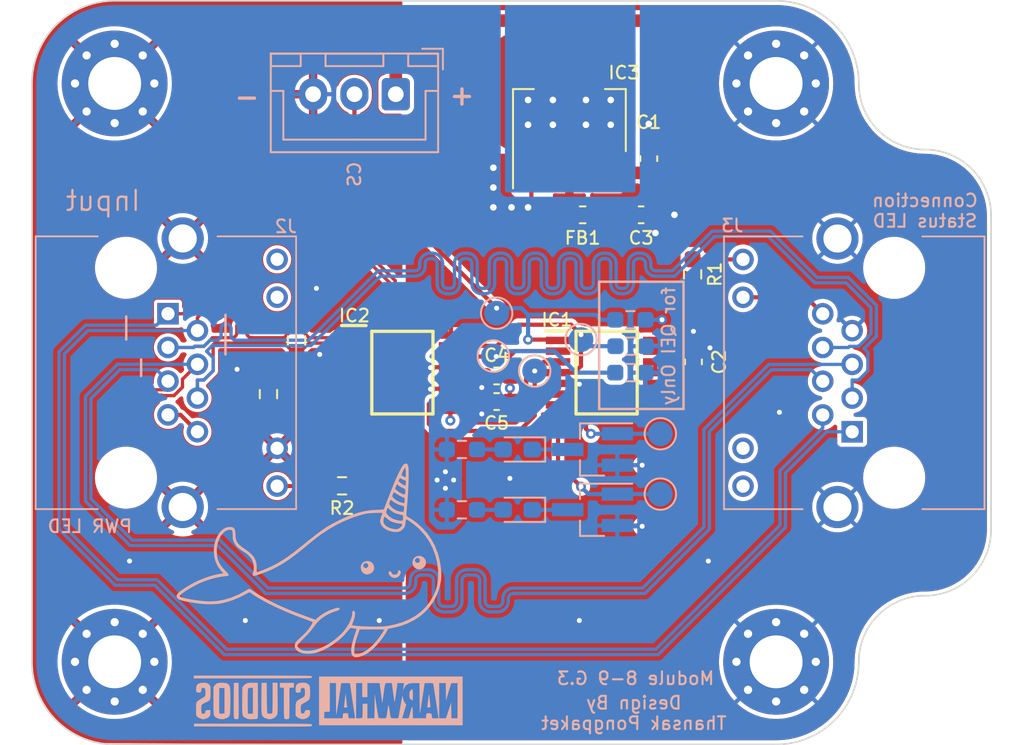
<source format=kicad_pcb>
(kicad_pcb (version 20211014) (generator pcbnew)
  (layers (0 "F.Cu" signal) (1 "In1.Cu" signal) (2 "In2.Cu" signal) (31 "B.Cu" signal) (34 "B.Paste" user) (35 "F.Paste" user) (36 "B.SilkS" user "B.Silkscreen") (37 "F.SilkS" user "F.Silkscreen") (38 "B.Mask" user) (39 "F.Mask" user) (44 "Edge.Cuts" user))
  (net 0 "")
  (net 1 "/Vin")
  (net 2 "GND")
  (net 3 "+3V3")
  (net 4 "Net-(D1-Pad1)")
  (net 5 "Net-(D1-Pad2)")
  (net 6 "Net-(D2-Pad1)")
  (net 7 "Net-(D2-Pad2)")
  (net 8 "Net-(FB1-Pad1)")
  (net 9 "/CS")
  (net 10 "/CLK")
  (net 11 "/MISO")
  (net 12 "/MOSI")
  (net 13 "/B")
  (net 14 "/A")
  (net 19 "/MOSI_D-")
  (net 20 "/MOSI_D+")
  (net 21 "/CLK_D+")
  (net 22 "/CLK_D-")
  (net 25 "/MISO_D+")
  (net 26 "/MISO_D-")
  (net 27 "/Connect_Pin")
  (net 30 "Net-(J2-Pad12)")
  (net 31 "Net-(J3-Pad11)")
  (net 34 "Net-(J3-Pad12)")
  (footprint "Resistor_SMD:R_0603_1608Metric_Pad0.98x0.95mm_HandSolder" (layer "F.Cu") (at 153.75 124.35 180)
    (fp_text reference "R2")
    (fp_text value "470r")
  )
  (footprint "MountingHole:MountingHole_3.2mm_M3_Pad_Via" (layer "F.Cu") (at 140 135)
    (fp_text reference "H2")
    (fp_text value "MountingHole_Pad")
  )
  (footprint "Inductor_SMD:L_0603_1608Metric_Pad1.05x0.95mm_HandSolder" (layer "F.Cu") (at 168.3 107.95)
    (fp_text reference "FB1")
    (fp_text value "FerriteBead_Small")
  )
  (footprint "Capacitor_SMD:C_0603_1608Metric_Pad1.08x0.95mm_HandSolder" (layer "F.Cu") (at 163.1 117.7)
    (fp_text reference "C4")
    (fp_text value "0.1uF")
  )
  (footprint "Resistor_SMD:R_0603_1608Metric_Pad0.98x0.95mm_HandSolder" (layer "F.Cu") (at 151 115.55 90)
    (fp_text reference "R9")
    (fp_text value "100r")
  )
  (footprint "library:SOP65P640X120-14N" (layer "F.Cu") (at 169.75 117.5)
    (fp_text reference "IC1")
    (fp_text value "AS5047U-HTSM" hide)
  )
  (footprint "MountingHole:MountingHole_3.2mm_M3_Pad_Via" (layer "F.Cu") (at 180 135)
    (fp_text reference "H1")
    (fp_text value "MountingHole_Pad")
  )
  (footprint "MountingHole:MountingHole_3.2mm_M3_Pad_Via" (layer "F.Cu") (at 140 100)
    (fp_text reference "H3")
    (fp_text value "MountingHole_Pad")
  )
  (footprint "Package_TO_SOT_SMD:SOT-223-3_TabPin2" (layer "F.Cu") (at 167.5 102.25 90)
    (fp_text reference "IC3")
    (fp_text value "LM1117-3.3")
  )
  (footprint "Resistor_SMD:R_0603_1608Metric_Pad0.98x0.95mm_HandSolder" (layer "F.Cu") (at 174.95 111.55 -90)
    (fp_text reference "R1")
    (fp_text value "470r")
  )
  (footprint "MountingHole:MountingHole_3.2mm_M3_Pad_Via" (layer "F.Cu") (at 180 100)
    (fp_text reference "H4")
    (fp_text value "MountingHole_Pad")
  )
  (footprint "Capacitor_SMD:C_0603_1608Metric_Pad1.08x0.95mm_HandSolder" (layer "F.Cu") (at 172.3 104.55 90)
    (fp_text reference "C1")
    (fp_text value "0.1uF")
  )
  (footprint "Capacitor_SMD:C_0603_1608Metric_Pad1.08x0.95mm_HandSolder" (layer "F.Cu") (at 163.1 119.25)
    (fp_text reference "C5")
    (fp_text value "0.004uF")
  )
  (footprint "Capacitor_SMD:C_0603_1608Metric_Pad1.08x0.95mm_HandSolder" (layer "F.Cu") (at 171.8375 107.95)
    (fp_text reference "C3")
    (fp_text value "10uF")
  )
  (footprint "Resistor_SMD:R_0603_1608Metric_Pad0.98x0.95mm_HandSolder" (layer "F.Cu") (at 149.3 118.8 -90)
    (fp_text reference "R10")
    (fp_text value "100r")
  )
  (footprint "library:SOP65P640X120-16N" (layer "F.Cu") (at 157.4 117.5)
    (fp_text reference "IC2")
    (fp_text value "SN65LVDS049PWR" hide)
  )
  (footprint "Capacitor_SMD:C_0603_1608Metric_Pad1.08x0.95mm_HandSolder" (layer "F.Cu") (at 175 116.85 90)
    (fp_text reference "C2")
    (fp_text value "0.1uF")
  )
  (footprint "library:DS112809S8B8X" (layer "B.Cu") (at 183.4 117.1 -90)
    (fp_text reference "J3")
    (fp_text value "DS1128-09-S8B8X" hide)
  )
  (footprint "Resistor_SMD:R_0603_1608Metric_Pad0.98x0.95mm_HandSolder" (layer "B.Cu") (at 161 125.8)
    (fp_text reference "R5")
    (fp_text value "470r")
  )
  (footprint "library:DS112809S8B8X" (layer "B.Cu") (at 144.425 117.915 90)
    (fp_text reference "J2")
    (fp_text value "DS1128-09-S8B8X" hide)
  )
  (footprint "Resistor_SMD:R_0603_1608Metric_Pad0.98x0.95mm_HandSolder" (layer "B.Cu") (at 171.1875 117.5 180)
    (fp_text reference "R4")
    (fp_text value "100r")
  )
  (footprint "TestPoint:TestPoint_Pad_D1.5mm" (layer "B.Cu") (at 162.9 116.5 180)
    (fp_text reference "TP4")
    (fp_text value "TestPoint")
  )
  (footprint "LED_SMD:LED_0603_1608Metric_Pad1.05x0.95mm_HandSolder" (layer "B.Cu") (at 164.375 125.8 180)
    (fp_text reference "D1")
    (fp_text value "LED")
  )
  (footprint "Package_TO_SOT_SMD:SOT-23_Handsoldering" (layer "B.Cu") (at 168.9 122.15 180)
    (fp_text reference "Q2")
    (fp_text value "2N7002")
  )
  (footprint "Package_TO_SOT_SMD:SOT-23_Handsoldering" (layer "B.Cu") (at 168.9 125.8 180)
    (fp_text reference "Q1")
    (fp_text value "2N7002")
  )
  (footprint "Resistor_SMD:R_0603_1608Metric_Pad0.98x0.95mm_HandSolder" (layer "B.Cu") (at 171.1875 114.3 180)
    (fp_text reference "R3")
    (fp_text value "100r")
  )
  (footprint "library:Narwhel_Logo_Silk" (layer "B.Cu") (at 152.7 130.1 180)
    (fp_text reference "G***" hide)
    (fp_text value "LOGO" hide)
  )
  (footprint "TestPoint:TestPoint_Pad_D1.5mm" (layer "B.Cu") (at 173 121.2 180)
    (fp_text reference "TP2")
    (fp_text value "TestPoint")
  )
  (footprint "TestPoint:TestPoint_Pad_D1.5mm" (layer "B.Cu") (at 165.4 117.4 180)
    (fp_text reference "TP5")
    (fp_text value "TestPoint")
  )
  (footprint "TestPoint:TestPoint_Pad_D1.5mm" (layer "B.Cu") (at 168.2 115.5 180)
    (fp_text reference "TP6")
    (fp_text value "TestPoint")
  )
  (footprint "Connector_JST:JST_XH_B3B-XH-A_1x03_P2.50mm_Vertical" (layer "B.Cu") (at 157 100.65 180)
    (fp_text reference "J1")
    (fp_text value "HX_3p")
  )
  (footprint "Resistor_SMD:R_0603_1608Metric_Pad0.98x0.95mm_HandSolder" (layer "B.Cu") (at 171.2 115.9 180)
    (fp_text reference "R6")
    (fp_text value "100r")
  )
  (footprint "LED_SMD:LED_0603_1608Metric_Pad1.05x0.95mm_HandSolder" (layer "B.Cu") (at 164.375 122.15 180)
    (fp_text reference "D2")
    (fp_text value "LED")
  )
  (footprint "TestPoint:TestPoint_Pad_D1.5mm" (layer "B.Cu") (at 173 124.85 180)
    (fp_text reference "TP1")
    (fp_text value "TestPoint")
  )
  (footprint "TestPoint:TestPoint_Pad_D1.5mm" (layer "B.Cu") (at 163.1 113.9 180)
    (fp_text reference "TP3")
    (fp_text value "TestPoint")
  )
  (footprint "Resistor_SMD:R_0603_1608Metric_Pad0.98x0.95mm_HandSolder" (layer "B.Cu") (at 161 122.15)
    (fp_text reference "R8")
    (fp_text value "470r")
  )
  (gr_line (start 169.3 112) (end 174.4 112) (layer "B.SilkS") (width 0.15))
  (gr_line (start 169.3 119.7) (end 169.3 112) (layer "B.SilkS") (width 0.15))
  (gr_line (start 174.4 112) (end 174.4 119.7) (layer "B.SilkS") (width 0.15))
  (gr_line (start 146.7 116.4) (end 146.7 114) (layer "B.SilkS") (width 0.15))
  (gr_line (start 141.6 116.7) (end 141.6 117.7) (layer "B.SilkS") (width 0.15))
  (gr_line (start 174.4 119.7) (end 169.3 119.7) (layer "B.SilkS") (width 0.15))
  (gr_line (start 140.7 114.1) (end 140.7 115.5) (layer "B.SilkS") (width 0.15))
  (gr_arc (start 193 127) (mid 191.828427 129.828427) (end 189 131) (layer "Edge.Cuts") (width 0.1))
  (gr_line (start 193 127) (end 193 108) (layer "Edge.Cuts") (width 0.1))
  (gr_arc (start 185 135) (mid 186.171573 132.171573) (end 189 131) (layer "Edge.Cuts") (width 0.1))
  (gr_arc (start 180 95) (mid 183.535534 96.464466) (end 185 100) (layer "Edge.Cuts") (width 0.1))
  (gr_arc (start 140 140) (mid 136.464466 138.535534) (end 135 135) (layer "Edge.Cuts") (width 0.1))
  (gr_arc (start 135 100) (mid 136.464466 96.464466) (end 140 95) (layer "Edge.Cuts") (width 0.1))
  (gr_line (start 135 135) (end 135 100) (layer "Edge.Cuts") (width 0.1))
  (gr_arc (start 189 104) (mid 186.171573 102.828427) (end 185 100) (layer "Edge.Cuts") (width 0.1))
  (gr_line (start 140 95) (end 180 95) (layer "Edge.Cuts") (width 0.1))
  (gr_arc (start 189 104) (mid 191.828427 105.171573) (end 193 108) (layer "Edge.Cuts") (width 0.1))
  (gr_line (start 180 140) (end 140 140) (layer "Edge.Cuts") (width 0.1))
  (gr_arc (start 185 135) (mid 183.535534 138.535534) (end 180 140) (layer "Edge.Cuts") (width 0.1))
  (gr_text "-" (at 148 100.8) (layer "B.SilkS") (effects (font (size 1.2 1.2) (thickness 0.2)) (justify mirror)))
  (gr_text "Connection\nStatus LED\n" (at 189 107.7) (layer "B.SilkS") (effects (font (size 0.77 0.77) (thickness 0.127)) (justify mirror)))
  (gr_text "CS" (at 154.5 105.5 90) (layer "B.SilkS") (effects (font (size 0.77 0.77) (thickness 0.127)) (justify mirror)))
  (gr_text "Input" (at 139.3 107.1) (layer "B.SilkS") (effects (font (size 1.2 1.2) (thickness 0.14)) (justify mirror)))
  (gr_text "+" (at 161 100.7) (layer "B.SilkS") (effects (font (size 1.2 1.2) (thickness 0.2)) (justify mirror)))
  (gr_text "for QEI Only" (at 173.5 115.9 90) (layer "B.SilkS") (effects (font (size 0.77 0.77) (thickness 0.127)) (justify mirror)))
  (gr_text "Design By\nThansak Pongpaket" (at 171.4 138.1) (layer "B.SilkS") (effects (font (size 0.77 0.77) (thickness 0.127)) (justify mirror)))
  (gr_text "PWR LED" (at 138.5 126.8) (layer "B.SilkS") (effects (font (size 0.77 0.77) (thickness 0.127)) (justify mirror)))
  (gr_text "Module 8-9 G.3" (at 171.5 136) (layer "B.SilkS") (effects (font (size 0.77 0.77) (thickness 0.127)) (justify mirror)))
  (segment (start 157 100.65) (end 157 98.5) (width 0.762) (layer "F.Cu") (net 1))
  (segment (start 172.3 105.4125) (end 169.8125 105.4125) (width 0.762) (layer "F.Cu") (net 1))
  (segment (start 157 98.5) (end 159.3 96.2) (width 0.762) (layer "F.Cu") (net 1))
  (segment (start 159.3 96.2) (end 172.2 96.2) (width 0.762) (layer "F.Cu") (net 1))
  (segment (start 174.75 98.75) (end 174.75 104.45) (width 0.762) (layer "F.Cu") (net 1))
  (segment (start 174.75 104.45) (end 173.7875 105.4125) (width 0.762) (layer "F.Cu") (net 1))
  (segment (start 172.2 96.2) (end 174.75 98.75) (width 0.762) (layer "F.Cu") (net 1))
  (segment (start 169.8125 105.4125) (end 169.8 105.4) (width 0.762) (layer "F.Cu") (net 1))
  (segment (start 173.7875 105.4125) (end 172.3 105.4125) (width 0.762) (layer "F.Cu") (net 1))
  (segment (start 173.9 116.2) (end 174.1125 115.9875) (width 0.254) (layer "F.Cu") (net 2))
  (segment (start 172.688 116.2) (end 173.9 116.2) (width 0.254) (layer "F.Cu") (net 2))
  (segment (start 168.05 118.15) (end 168.1 118.2) (width 0.254) (layer "F.Cu") (net 2))
  (segment (start 163.9 119.1875) (end 163.9 118.4375) (width 0.25) (layer "F.Cu") (net 2))
  (segment (start 160.338 119.775) (end 160.325 119.775) (width 0.254) (layer "F.Cu") (net 2))
  (segment (start 160.338 118.475) (end 159.125 118.475) (width 0.254) (layer "F.Cu") (net 2))
  (segment (start 175 115.9875) (end 175 115) (width 0.254) (layer "F.Cu") (net 2))
  (segment (start 160.325 119.775) (end 160.3 119.8) (width 0.254) (layer "F.Cu") (net 2))
  (segment (start 172.7 107.95) (end 172.7 109.05) (width 0.25) (layer "F.Cu") (net 2))
  (segment (start 159.125 117.175) (end 159.1 117.2) (width 0.254) (layer "F.Cu") (net 2))
  (segment (start 175 115.9875) (end 175.9875 115.9875) (width 0.254) (layer "F.Cu") (net 2))
  (segment (start 159.125 118.475) (end 159.1 118.5) (width 0.254) (layer "F.Cu") (net 2))
  (segment (start 175.9875 115.9875) (end 176 116) (width 0.254) (layer "F.Cu") (net 2))
  (segment (start 160.3 119.8) (end 160.3 120.4) (width 0.254) (layer "F.Cu") (net 2))
  (segment (start 163.9 117.8625) (end 163.9 118.4375) (width 0.25) (layer "F.Cu") (net 2))
  (segment (start 160.338 117.175) (end 159.125 117.175) (width 0.254) (layer "F.Cu") (net 2))
  (segment (start 164.0625 117.7) (end 163.9 117.8625) (width 0.25) (layer "F.Cu") (net 2))
  (segment (start 172.7 107.95) (end 173.85 107.95) (width 0.25) (layer "F.Cu") (net 2))
  (segment (start 172.3 103.6875) (end 172.3 102.45) (width 0.25) (layer "F.Cu") (net 2))
  (segment (start 166.812 118.15) (end 168.05 118.15) (width 0.254) (layer "F.Cu") (net 2))
  (segment (start 174.1125 115.9875) (end 175 115.9875) (width 0.254) (layer "F.Cu") (net 2))
  (via (at 159.1 117.2) (size 0.6) (drill 0.3) (layers "F.Cu" "B.Cu") (net 2))
  (via (at 172.3 102.45) (size 0.8) (drill 0.4) (layers "F.Cu" "B.Cu") (net 2))
  (via (at 172.7 109.05) (size 0.8) (drill 0.4) (layers "F.Cu" "B.Cu") (net 2))
  (via (at 168.1 118.2) (size 0.6) (drill 0.3) (layers "F.Cu" "B.Cu") (net 2))
  (via (at 175 115) (size 0.6) (drill 0.3) (layers "F.Cu" "B.Cu") (net 2))
  (via (at 152.2 112.4) (size 0.6) (drill 0.3) (layers "F.Cu" "B.Cu") (net 2))
  (via (at 173.85 107.95) (size 0.8) (drill 0.4) (layers "F.Cu" "B.Cu") (net 2))
  (via (at 164 107.5) (size 0.8) (drill 0.4) (layers "F.Cu" "B.Cu") (net 2))
  (via (at 140.9 128.9) (size 0.6) (drill 0.3) (layers "F.Cu" "B.Cu") (net 2))
  (via (at 162.9 107.5) (size 0.8) (drill 0.4) (layers "F.Cu" "B.Cu") (net 2))
  (via (at 180.2 119.9) (size 0.6) (drill 0.3) (layers "F.Cu" "B.Cu") (net 2))
  (via (at 147.4 117.3) (size 0.6) (drill 0.3) (layers "F.Cu" "B.Cu") (net 2))
  (via (at 160.3 120.4) (size 0.6) (drill 0.3) (layers "F.Cu" "B.Cu") (net 2))
  (via (at 171.9 126.8) (size 0.6) (drill 0.3) (layers "F.Cu" "B.Cu") (net 2))
  (via (at 176 116) (size 0.6) (drill 0.3) (layers "F.Cu" "B.Cu") (net 2))
  (via (at 163.9 118.4375) (size 0.6) (drill 0.3) (layers "F.Cu" "B.Cu") (net 2))
  (via (at 163.9 123.9) (size 0.6) (drill 0.3) (layers "F.Cu" "B.Cu") (net 2))
  (via (at 165 107.5) (size 0.8) (drill 0.4) (layers "F.Cu" "B.Cu") (net 2))
  (via (at 147.9 132.5) (size 0.6) (drill 0.3) (layers "F.Cu" "B.Cu") (net 2))
  (via (at 152.4 116.4) (size 0.6) (drill 0.3) (layers "F.Cu" "B.Cu") (net 2))
  (via (at 162.9 106.3) (size 0.8) (drill 0.4) (layers "F.Cu" "B.Cu") (net 2))
  (via (at 159.1 118.5) (size 0.6) (drill 0.3) (layers "F.Cu" "B.Cu") (net 2))
  (via (at 168.1 132.5) (size 0.6) (drill 0.3) (layers "F.Cu" "B.Cu") (net 2))
  (via (at 162.9 105.1) (size 0.8) (drill 0.4) (layers "F.Cu" "B.Cu") (net 2))
  (via (at 156 132.5) (size 0.6) (drill 0.3) (layers "F.Cu" "B.Cu") (net 2))
  (via (at 175.9 128.9) (size 0.6) (drill 0.3) (layers "F.Cu" "B.Cu") (net 2))
  (via (at 171.9 123.1) (size 0.6) (drill 0.3) (layers "F.Cu" "B.Cu") (net 2))
  (segment (start 170.45 126.8) (end 171.9 126.8) (width 0.254) (layer "B.Cu") (net 2))
  (segment (start 170.4 123.1) (end 171.9 123.1) (width 0.254) (layer "B.Cu") (net 2))
  (segment (start 170.4 126.75) (end 170.45 126.8) (width 0.254) (layer "B.Cu") (net 2))
  (segment (start 162.2 117.825) (end 162.2 118.4) (width 0.25) (layer "F.Cu") (net 3))
  (segment (start 162.3375 119.25) (end 162.2 119.1125) (width 0.25) (layer "F.Cu") (net 3))
  (segment (start 174 117.5) (end 172.688 117.5) (width 0.25) (layer "F.Cu") (net 3))
  (segment (start 159.5 124.2) (end 159.5 124) (width 0.25) (layer "F.Cu") (net 3))
  (segment (start 154.6625 124.35) (end 159.65 124.35) (width 0.25) (layer "F.Cu") (net 3))
  (segment (start 162.2 119.1125) (end 162.2 118.4) (width 0.25) (layer "F.Cu") (net 3))
  (segment (start 162.2375 119.25) (end 162.2375 119.9625) (width 0.25) (layer "F.Cu") (net 3))
  (segment (start 160.338 117.825) (end 162.2 117.825) (width 0.25) (layer "F.Cu") (net 3))
  (segment (start 159.65 124.35) (end 159.5 124.2) (width 0.25) (layer "F.Cu") (net 3))
  (segment (start 174.2125 117.7125) (end 174 117.5) (width 0.25) (layer "F.Cu") (net 3))
  (segment (start 175 117.7125) (end 174.2125 117.7125) (width 0.25) (layer "F.Cu") (net 3))
  (segment (start 162.2375 119.9625) (end 162.2 120) (width 0.25) (layer "F.Cu") (net 3))
  (via (at 160 123.5) (size 0.6) (drill 0.3) (layers "F.Cu" "B.Cu") (net 3))
  (via (at 160 124.5) (size 0.6) (drill 0.3) (layers "F.Cu" "B.Cu") (net 3))
  (via (at 162.2 120) (size 0.6) (drill 0.3) (layers "F.Cu" "B.Cu") (net 3))
  (via (at 160.5 124) (size 0.6) (drill 0.3) (layers "F.Cu" "B.Cu") (net 3))
  (via (at 162.2 118.4) (size 0.6) (drill 0.3) (layers "F.Cu" "B.Cu") (net 3))
  (via (at 159.5 124) (size 0.6) (drill 0.3) (layers "F.Cu" "B.Cu") (net 3))
  (via (at 173.1 114.3) (size 0.6) (drill 0.3) (layers "F.Cu" "B.Cu") (net 3))
  (segment (start 172.1 114.3) (end 173.1 114.3) (width 0.254) (layer "B.Cu") (net 3))
  (segment (start 167.4 125.8) (end 165.25 125.8) (width 0.25) (layer "B.Cu") (net 4))
  (segment (start 161.9125 125.8) (end 163.5 125.8) (width 0.25) (layer "B.Cu") (net 5))
  (segment (start 165.25 122.15) (end 167.4 122.15) (width 0.25) (layer "B.Cu") (net 6))
  (segment (start 161.9125 122.15) (end 163.5 122.15) (width 0.25) (layer "B.Cu") (net 7))
  (via (at 170 101) (size 0.8) (drill 0.4) (layers "F.Cu" "B.Cu") (net 8))
  (via (at 165 101) (size 0.8) (drill 0.4) (layers "F.Cu" "B.Cu") (net 8))
  (via (at 165 102.5) (size 0.8) (drill 0.4) (layers "F.Cu" "B.Cu") (net 8))
  (via (at 168.5 101) (size 0.8) (drill 0.4) (layers "F.Cu" "B.Cu") (net 8))
  (via (at 168.5 102.5) (size 0.8) (drill 0.4) (layers "F.Cu" "B.Cu") (net 8))
  (via (at 166.5 102.5) (size 0.8) (drill 0.4) (layers "F.Cu" "B.Cu") (net 8))
  (via (at 170 102.5) (size 0.8) (drill 0.4) (layers "F.Cu" "B.Cu") (net 8))
  (via (at 166.5 101) (size 0.8) (drill 0.4) (layers "F.Cu" "B.Cu") (net 8))
  (segment (start 154.5 100.65) (end 154.5 105) (width 0.254) (layer "F.Cu") (net 9))
  (segment (start 166.762 115.5) (end 165 115.5) (width 0.254) (layer "F.Cu") (net 9))
  (segment (start 154.5 105) (end 163.1 113.6) (width 0.254) (layer "F.Cu") (net 9))
  (segment (start 166.812 115.55) (end 166.762 115.5) (width 0.254) (layer "F.Cu") (net 9))
  (via (at 163.1 113.6) (size 0.6) (drill 0.3) (layers "F.Cu" "B.Cu") (net 9))
  (via (at 165 115.5) (size 0.6) (drill 0.3) (layers "F.Cu" "B.Cu") (net 9))
  (segment (start 165 114) (end 165 115.5) (width 0.254) (layer "B.Cu") (net 9))
  (segment (start 169.4 114.3) (end 170.275 114.3) (width 0.254) (layer "B.Cu") (net 9))
  (segment (start 169.1 114) (end 169.4 114.3) (width 0.254) (layer "B.Cu") (net 9))
  (segment (start 163.1 113.6) (end 164.6 113.6) (width 0.254) (layer "B.Cu") (net 9))
  (segment (start 164.6 113.6) (end 165 114) (width 0.254) (layer "B.Cu") (net 9))
  (segment (start 165 114) (end 169.1 114) (width 0.254) (layer "B.Cu") (net 9))
  (segment (start 163.875 116.525) (end 164.2 116.2) (width 0.254) (layer "F.Cu") (net 10))
  (segment (start 164.2 116.2) (end 166.812 116.2) (width 0.254) (layer "F.Cu") (net 10))
  (segment (start 163.075 116.525) (end 163.875 116.525) (width 0.254) (layer "F.Cu") (net 10))
  (segment (start 160.338 116.525) (end 163.075 116.525) (width 0.254) (layer "F.Cu") (net 10))
  (via (at 163.075 116.525) (size 0.6) (drill 0.3) (layers "F.Cu" "B.Cu") (net 10))
  (segment (start 166.6 116.2) (end 167.9 117.5) (width 0.254) (layer "B.Cu") (net 10))
  (segment (start 163.4 116.2) (end 166.6 116.2) (width 0.254) (layer "B.Cu") (net 10))
  (segment (start 167.9 117.5) (end 170.275 117.5) (width 0.254) (layer "B.Cu") (net 10))
  (segment (start 163.1 116.5) (end 163.4 116.2) (width 0.254) (layer "B.Cu") (net 10))
  (segment (start 159 120.6) (end 159 119.4) (width 0.254) (layer "F.Cu") (net 11))
  (segment (start 159.426501 121.026501) (end 159 120.6) (width 0.254) (layer "F.Cu") (net 11))
  (segment (start 166.812 116.85) (end 165.95 116.85) (width 0.254) (layer "F.Cu") (net 11))
  (segment (start 165.4 120.1) (end 164.473499 121.026501) (width 0.254) (layer "F.Cu") (net 11))
  (segment (start 165.95 116.85) (end 165.4 117.4) (width 0.254) (layer "F.Cu") (net 11))
  (segment (start 159.275 119.125) (end 160.338 119.125) (width 0.254) (layer "F.Cu") (net 11))
  (segment (start 159 119.4) (end 159.275 119.125) (width 0.254) (layer "F.Cu") (net 11))
  (segment (start 165.4 117.4) (end 165.4 120.1) (width 0.254) (layer "F.Cu") (net 11))
  (segment (start 164.473499 121.026501) (end 159.426501 121.026501) (width 0.254) (layer "F.Cu") (net 11))
  (via (at 165.4 117.4) (size 0.6) (drill 0.3) (layers "F.Cu" "B.Cu") (net 11))
  (segment (start 163.125 115.875) (end 164.4 114.6) (width 0.254) (layer "F.Cu") (net 12))
  (segment (start 167.8035 117.5) (end 168.2 117.1035) (width 0.254) (layer "F.Cu") (net 12))
  (segment (start 166.812 117.5) (end 167.8035 117.5) (width 0.254) (layer "F.Cu") (net 12))
  (segment (start 160.338 115.875) (end 163.125 115.875) (width 0.254) (layer "F.Cu") (net 12))
  (segment (start 168.2 117.1035) (end 168.2 115.2) (width 0.254) (layer "F.Cu") (net 12))
  (segment (start 167.6 114.6) (end 168.2 115.2) (width 0.254) (layer "F.Cu") (net 12))
  (segment (start 164.4 114.6) (end 167.6 114.6) (width 0.254) (layer "F.Cu") (net 12))
  (via (at 168.2 115.2) (size 0.6) (drill 0.3) (layers "F.Cu" "B.Cu") (net 12))
  (segment (start 168.6 115.9) (end 168.2 115.5) (width 0.254) (layer "B.Cu") (net 12))
  (segment (start 170.2875 115.9) (end 168.6 115.9) (width 0.254) (layer "B.Cu") (net 12))
  (segment (start 166.812 118.8) (end 167.8 118.8) (width 0.254) (layer "F.Cu") (net 13))
  (segment (start 167.8 118.8) (end 168.5 119.5) (width 0.254) (layer "F.Cu") (net 13))
  (segment (start 168.5 119.5) (end 168.5 120.9) (width 0.254) (layer "F.Cu") (net 13))
  (segment (start 168.5 120.9) (end 168.8 121.2) (width 0.254) (layer "F.Cu") (net 13))
  (via (at 168.8 121.2) (size 0.6) (drill 0.3) (layers "F.Cu" "B.Cu") (net 13))
  (segment (start 168.8 121.2) (end 170.4 121.2) (width 0.254) (layer "B.Cu") (net 13))
  (segment (start 173 121.2) (end 170.4 121.2) (width 0.254) (layer "B.Cu") (net 13))
  (segment (start 166.812 123.012) (end 168.2 124.4) (width 0.254) (layer "F.Cu") (net 14))
  (segment (start 166.812 119.45) (end 166.812 123.012) (width 0.254) (layer "F.Cu") (net 14))
  (via (at 168.2 124.4) (size 0.6) (drill 0.3) (layers "F.Cu" "B.Cu") (net 14))
  (segment (start 170.4 124.85) (end 168.65 124.85) (width 0.254) (layer "B.Cu") (net 14))
  (segment (start 168.65 124.85) (end 168.2 124.4) (width 0.254) (layer "B.Cu") (net 14))
  (segment (start 170.4 124.85) (end 173 124.85) (width 0.254) (layer "B.Cu") (net 14))
  (segment (start 145.916312 115.3865) (end 147.0865 115.3865) (width 0.2) (layer "F.Cu") (net 19))
  (segment (start 148.3365 115.3865) (end 150.251 115.3865) (width 0.2) (layer "F.Cu") (net 19))
  (segment (start 147.3865 115.0865) (end 147.3865 114.6865) (width 0.2) (layer "F.Cu") (net 19))
  (segment (start 153.194249 115.3865) (end 151.749 115.3865) (width 0.2) (layer "F.Cu") (net 19))
  (segment (start 148.2865 115.3865) (end 148.3365 115.3865) (width 0.2) (layer "F.Cu") (net 19))
  (segment (start 144.844265 115.904511) (end 145.398301 115.904511) (width 0.2) (layer "F.Cu") (net 19))
  (segment (start 144.773776 115.975) (end 144.844265 115.904511) (width 0.2) (layer "F.Cu") (net 19))
  (segment (start 154.462 115.225) (end 153.355749 115.225) (width 0.2) (layer "F.Cu") (net 19))
  (segment (start 147.9865 114.6865) (end 147.9865 115.0865) (width 0.2) (layer "F.Cu") (net 19))
  (segment (start 153.355749 115.225) (end 153.194249 115.3865) (width 0.2) (layer "F.Cu") (net 19))
  (segment (start 145.398301 115.904511) (end 145.916312 115.3865) (width 0.2) (layer "F.Cu") (net 19))
  (segment (start 150.251 115.3865) (end 151 114.6375) (width 0.2) (layer "F.Cu") (net 19))
  (segment (start 143.225 115.975) (end 144.773776 115.975) (width 0.2) (layer "F.Cu") (net 19))
  (segment (start 151.749 115.3865) (end 151 114.6375) (width 0.2) (layer "F.Cu") (net 19))
  (arc (start 147.6865 114.3865) (mid 147.898632 114.474368) (end 147.9865 114.6865) (width 0.2) (layer "F.Cu") (net 19))
  (arc (start 147.0865 115.3865) (mid 147.298632 115.298632) (end 147.3865 115.0865) (width 0.2) (layer "F.Cu") (net 19))
  (arc (start 147.9865 115.0865) (mid 148.074368 115.298632) (end 148.2865 115.3865) (width 0.2) (layer "F.Cu") (net 19))
  (arc (start 147.3865 114.6865) (mid 147.474368 114.474368) (end 147.6865 114.3865) (width 0.2) (layer "F.Cu") (net 19))
  (segment (start 164.75 111.6635) (end 164.75 110.8865) (width 0.2) (layer "B.Cu") (net 19))
  (segment (start 184.993301 117.949511) (end 184.6 117.949511) (width 0.2) (layer "B.Cu") (net 19))
  (segment (start 158.45 111.05) (end 158.45 110.8865) (width 0.2) (layer "B.Cu") (net 19))
  (segment (start 166.85 111.6635) (end 166.85 110.8865) (width 0.2) (layer "B.Cu") (net 19))
  (segment (start 145.766312 115.5365) (end 146.1365 115.5365) (width 0.2) (layer "B.Cu") (net 19))
  (segment (start 155.932276 111.3365) (end 158.1635 111.3365) (width 0.2) (layer "B.Cu") (net 19))
  (segment (start 167.4635 110.273) (end 167.6135 110.273) (width 0.2) (layer "B.Cu") (net 19))
  (segment (start 159.0635 110.273) (end 159.2135 110.273) (width 0.2) (layer "B.Cu") (net 19))
  (segment (start 179.667724 108.9365) (end 182.467724 111.7365) (width 0.2) (layer "B.Cu") (net 19))
  (segment (start 173.732276 111.3365) (end 176.132276 108.9365) (width 0.2) (layer "B.Cu") (net 19))
  (segment (start 172.427 110.8865) (end 172.427 111.05) (width 0.2) (layer "B.Cu") (net 19))
  (segment (start 164.3135 112.4) (end 164.4635 112.4) (width 0.2) (layer "B.Cu") (net 19))
  (segment (start 185.549511 117.393301) (end 184.993301 117.949511) (width 0.2) (layer "B.Cu") (net 19))
  (segment (start 168.95 112.1135) (end 168.95 111.6635) (width 0.2) (layer "B.Cu") (net 19))
  (segment (start 168.5135 112.4) (end 168.6635 112.4) (width 0.2) (layer "B.Cu") (net 19))
  (segment (start 159.827 110.8865) (end 159.827 111.05) (width 0.2) (layer "B.Cu") (net 19))
  (segment (start 164.75 112.1135) (end 164.75 111.6635) (width 0.2) (layer "B.Cu") (net 19))
  (segment (start 160.55 111.6635) (end 160.55 110.8865) (width 0.2) (layer "B.Cu") (net 19))
  (segment (start 166.127 111.3365) (end 166.127 112.1135) (width 0.2) (layer "B.Cu") (net 19))
  (segment (start 168.95 111.6635) (end 168.95 110.8865) (width 0.2) (layer "B.Cu") (net 19))
  (segment (start 164.027 110.8865) (end 164.027 111.3365) (width 0.2) (layer "B.Cu") (net 19))
  (segment (start 147.3365 115.5365) (end 147.3865 115.5365) (width 0.2) (layer "B.Cu") (net 19))
  (segment (start 146.4365 115.2365) (end 146.4365 114.8365) (width 0.2) (layer "B.Cu") (net 19))
  (segment (start 162.65 111.6635) (end 162.65 110.8865) (width 0.2) (layer "B.Cu") (net 19))
  (segment (start 144.773776 115.975) (end 144.844265 115.904511) (width 0.2) (layer "B.Cu") (net 19))
  (segment (start 160.1135 112.4) (end 160.2635 112.4) (width 0.2) (layer "B.Cu") (net 19))
  (segment (start 144.844265 115.904511) (end 145.398301 115.904511) (width 0.2) (layer "B.Cu") (net 19))
  (segment (start 147.3865 115.5365) (end 151.732276 115.5365) (width 0.2) (layer "B.Cu") (net 19))
  (segment (start 182.467724 111.7365) (end 184.367724 111.7365) (width 0.2) (layer "B.Cu") (net 19))
  (segment (start 185.549511 116.274174) (end 185.549511 117.393301) (width 0.2) (layer "B.Cu") (net 19))
  (segment (start 160.55 112.1135) (end 160.55 111.6635) (width 0.2) (layer "B.Cu") (net 19))
  (segment (start 166.127 110.8865) (end 166.127 111.3365) (width 0.2) (layer "B.Cu") (net 19))
  (segment (start 143.225 115.975) (end 144.773776 115.975) (width 0.2) (layer "B.Cu") (net 19))
  (segment (start 161.927 110.8865) (end 161.927 111.3365) (width 0.2) (layer "B.Cu") (net 19))
  (segment (start 161.927 111.3365) (end 161.927 112.1135) (width 0.2) (layer "B.Cu") (net 19))
  (segment (start 171.05 111.6635) (end 171.05 110.8865) (width 0.2) (layer "B.Cu") (net 19))
  (segment (start 163.2635 110.273) (end 163.4135 110.273) (width 0.2) (layer "B.Cu") (net 19))
  (segment (start 186.0635 113.432276) (end 186.0635 115.301748) (width 0.2) (layer "B.Cu") (net 19))
  (segment (start 166.85 112.1135) (end 166.85 111.6635) (width 0.2) (layer "B.Cu") (net 19))
  (segment (start 166.4135 112.4) (end 166.5635 112.4) (width 0.2) (layer "B.Cu") (net 19))
  (segment (start 170.6135 112.4) (end 170.7635 112.4) (width 0.2) (layer "B.Cu") (net 19))
  (segment (start 170.327 111.3365) (end 170.327 112.1135) (width 0.2) (layer "B.Cu") (net 19))
  (segment (start 162.2135 112.4) (end 162.3635 112.4) (width 0.2) (layer "B.Cu") (net 19))
  (segment (start 185.320292 116.044955) (end 185.549511 116.274174) (width 0.2) (layer "B.Cu") (net 19))
  (segment (start 171.6635 110.273) (end 171.8135 110.273) (width 0.2) (layer "B.Cu") (net 19))
  (segment (start 145.398301 115.904511) (end 145.766312 115.5365) (width 0.2) (layer "B.Cu") (net 19))
  (segment (start 170.327 110.8865) (end 170.327 111.3365) (width 0.2) (layer "B.Cu") (net 19))
  (segment (start 165.3635 110.273) (end 165.5135 110.273) (width 0.2) (layer "B.Cu") (net 19))
  (segment (start 161.1635 110.273) (end 161.3135 110.273) (width 0.2) (layer "B.Cu") (net 19))
  (segment (start 151.732276 115.5365) (end 155.932276 111.3365) (width 0.2) (layer "B.Cu") (net 19))
  (segment (start 171.05 112.1135) (end 171.05 111.6635) (width 0.2) (layer "B.Cu") (net 19))
  (segment (start 184.367724 111.7365) (end 186.0635 113.432276) (width 0.2) (layer "B.Cu") (net 19))
  (segment (start 147.0365 114.8365) (end 147.0365 115.2365) (width 0.2) (layer "B.Cu") (net 19))
  (segment (start 184.6 117.949511) (end 184.6 119.04) (width 0.2) (layer "B.Cu") (net 19))
  (segment (start 159.827 111.05) (end 159.827 112.1135) (width 0.2) (layer "B.Cu") (net 19))
  (segment (start 186.0635 115.301748) (end 185.320292 116.044955) (width 0.2) (layer "B.Cu") (net 19))
  (segment (start 162.65 112.1135) (end 162.65 111.6635) (width 0.2) (layer "B.Cu") (net 19))
  (segment (start 176.132276 108.9365) (end 179.667724 108.9365) (width 0.2) (layer "B.Cu") (net 19))
  (segment (start 164.027 111.3365) (end 164.027 112.1135) (width 0.2) (layer "B.Cu") (net 19))
  (segment (start 168.227 110.8865) (end 168.227 111.3365) (width 0.2) (layer "B.Cu") (net 19))
  (segment (start 172.7135 111.3365) (end 173.732276 111.3365) (width 0.2) (layer "B.Cu") (net 19))
  (segment (start 168.227 111.3365) (end 168.227 112.1135) (width 0.2) (layer "B.Cu") (net 19))
  (segment (start 169.5635 110.273) (end 169.7135 110.273) (width 0.2) (layer "B.Cu") (net 19))
  (arc (start 158.1635 111.3365) (mid 158.366086 111.252586) (end 158.45 111.05) (width 0.2) (layer "B.Cu") (net 19))
  (arc (start 162.3635 112.4) (mid 162.566086 112.316086) (end 162.65 112.1135) (width 0.2) (layer "B.Cu") (net 19))
  (arc (start 160.55 110.8865) (mid 160.72969 110.45269) (end 161.1635 110.273) (width 0.2) (layer "B.Cu") (net 19))
  (arc (start 162.65 110.8865) (mid 162.82969 110.45269) (end 163.2635 110.273) (width 0.2) (layer "B.Cu") (net 19))
  (arc (start 158.45 110.8865) (mid 158.62969 110.45269) (end 159.0635 110.273) (width 0.2) (layer "B.Cu") (net 19))
  (arc (start 163.4135 110.273) (mid 163.84731 110.45269) (end 164.027 110.8865) (width 0.2) (layer "B.Cu") (net 19))
  (arc (start 164.4635 112.4) (mid 164.666086 112.316086) (end 164.75 112.1135) (width 0.2) (layer "B.Cu") (net 19))
  (arc (start 159.2135 110.273) (mid 159.64731 110.45269) (end 159.827 110.8865) (width 0.2) (layer "B.Cu") (net 19))
  (arc (start 166.85 110.8865) (mid 167.02969 110.45269) (end 167.4635 110.273) (width 0.2) (layer "B.Cu") (net 19))
  (arc (start 172.427 111.05) (mid 172.510914 111.252586) (end 172.7135 111.3365) (width 0.2) (layer "B.Cu") (net 19))
  (arc (start 161.927 112.1135) (mid 162.010914 112.316086) (end 162.2135 112.4) (width 0.2) (layer "B.Cu") (net 19))
  (arc (start 168.6635 112.4) (mid 168.866086 112.316086) (end 168.95 112.1135) (width 0.2) (layer "B.Cu") (net 19))
  (arc (start 168.227 112.1135) (mid 168.310914 112.316086) (end 168.5135 112.4) (width 0.2) (layer "B.Cu") (net 19))
  (arc (start 167.6135 110.273) (mid 168.04731 110.45269) (end 168.227 110.8865) (width 0.2) (layer "B.Cu") (net 19))
  (arc (start 170.327 112.1135) (mid 170.410914 112.316086) (end 170.6135 112.4) (width 0.2) (layer "B.Cu") (net 19))
  (arc (start 171.8135 110.273) (mid 172.24731 110.45269) (end 172.427 110.8865) (width 0.2) (layer "B.Cu") (net 19))
  (arc (start 169.7135 110.273) (mid 170.14731 110.45269) (end 170.327 110.8865) (width 0.2) (layer "B.Cu") (net 19))
  (arc (start 166.5635 112.4) (mid 166.766086 112.316086) (end 166.85 112.1135) (width 0.2) (layer "B.Cu") (net 19))
  (arc (start 147.0365 115.2365) (mid 147.124368 115.448632) (end 147.3365 115.5365) (width 0.2) (layer "B.Cu") (net 19))
  (arc (start 170.7635 112.4) (mid 170.966086 112.316086) (end 171.05 112.1135) (width 0.2) (layer "B.Cu") (net 19))
  (arc (start 165.5135 110.273) (mid 165.94731 110.45269) (end 166.127 110.8865) (width 0.2) (layer "B.Cu") (net 19))
  (arc (start 164.027 112.1135) (mid 164.110914 112.316086) (end 164.3135 112.4) (width 0.2) (layer "B.Cu") (net 19))
  (arc (start 168.95 110.8865) (mid 169.12969 110.45269) (end 169.5635 110.273) (width 0.2) (layer "B.Cu") (net 19))
  (arc (start 166.127 112.1135) (mid 166.210914 112.316086) (end 166.4135 112.4) (width 0.2) (layer "B.Cu") (net 19))
  (arc (start 146.7365 114.5365) (mid 146.948632 114.624368) (end 147.0365 114.8365) (width 0.2) (layer "B.Cu") (net 19))
  (arc (start 146.1365 115.5365) (mid 146.348632 115.448632) (end 146.4365 115.2365) (width 0.2) (layer "B.Cu") (net 19))
  (arc (start 164.75 110.8865) (mid 164.92969 110.45269) (end 165.3635 110.273) (width 0.2) (layer "B.Cu") (net 19))
  (arc (start 171.05 110.8865) (mid 171.22969 110.45269) (end 171.6635 110.273) (width 0.2) (layer "B.Cu") (net 19))
  (arc (start 161.3135 110.273) (mid 161.74731 110.45269) (end 161.927 110.8865) (width 0.2) (layer "B.Cu") (net 19))
  (arc (start 146.4365 114.8365) (mid 146.524368 114.624368) (end 146.7365 114.5365) (width 0.2) (layer "B.Cu") (net 19))
  (arc (start 159.827 112.1135) (mid 159.910914 112.316086) (end 160.1135 112.4) (width 0.2) (layer "B.Cu") (net 19))
  (arc (start 160.2635 112.4) (mid 160.466086 112.316086) (end 160.55 112.1135) (width 0.2) (layer "B.Cu") (net 19))
  (segment (start 154.462 115.875) (end 153.355749 115.875) (width 0.2) (layer "F.Cu") (net 20))
  (segment (start 145.005 117.944511) (end 145.005 119.035) (width 0.2) (layer "F.Cu") (net 20))
  (segment (start 145.954511 115.810737) (end 145.954511 117.388301) (width 0.2) (layer "F.Cu") (net 20))
  (segment (start 153.194249 115.7135) (end 151.749 115.7135) (width 0.2) (layer "F.Cu") (net 20))
  (segment (start 150.251 115.7135) (end 146.051748 115.7135) (width 0.2) (layer "F.Cu") (net 20))
  (segment (start 151.749 115.7135) (end 151 116.4625) (width 0.2) (layer "F.Cu") (net 20))
  (segment (start 151 116.4625) (end 150.251 115.7135) (width 0.2) (layer "F.Cu") (net 20))
  (segment (start 145.954511 117.388301) (end 145.398301 117.944511) (width 0.2) (layer "F.Cu") (net 20))
  (segment (start 146.051748 115.7135) (end 145.954511 115.810737) (width 0.2) (layer "F.Cu") (net 20))
  (segment (start 153.355749 115.875) (end 153.194249 115.7135) (width 0.2) (layer "F.Cu") (net 20))
  (segment (start 145.398301 117.944511) (end 145.005 117.944511) (width 0.2) (layer "F.Cu") (net 20))
  (segment (start 145.954511 117.388301) (end 145.954511 116.601699) (width 0.2) (layer "B.Cu") (net 20))
  (segment (start 167.177 111.6635) (end 167.177 110.8865) (width 0.2) (layer "B.Cu") (net 20))
  (segment (start 171.6635 110.6) (end 171.8135 110.6) (width 0.2) (layer "B.Cu") (net 20))
  (segment (start 145.005 119.035) (end 145.005 117.944511) (width 0.2) (layer "B.Cu") (net 20))
  (segment (start 145.55903 116.206218) (end 145.901748 115.8635) (width 0.2) (layer "B.Cu") (net 20))
  (segment (start 166.4135 112.727) (end 166.5635 112.727) (width 0.2) (layer "B.Cu") (net 20))
  (segment (start 164.3135 112.727) (end 164.4635 112.727) (width 0.2) (layer "B.Cu") (net 20))
  (segment (start 171.377 111.6635) (end 171.377 110.8865) (width 0.2) (layer "B.Cu") (net 20))
  (segment (start 182.332276 112.0635) (end 184.232276 112.0635) (width 0.2) (layer "B.Cu") (net 20))
  (segment (start 162.977 111.6635) (end 162.977 110.8865) (width 0.2) (layer "B.Cu") (net 20))
  (segment (start 184.439265 115.909511) (end 184.368776 115.98) (width 0.2) (layer "B.Cu") (net 20))
  (segment (start 173.867724 111.6635) (end 176.267724 109.2635) (width 0.2) (layer "B.Cu") (net 20))
  (segment (start 165.077 112.1135) (end 165.077 111.6635) (width 0.2) (layer "B.Cu") (net 20))
  (segment (start 168.5135 112.727) (end 168.6635 112.727) (width 0.2) (layer "B.Cu") (net 20))
  (segment (start 184.232276 112.0635) (end 185.7365 113.567724) (width 0.2) (layer "B.Cu") (net 20))
  (segment (start 163.2635 110.6) (end 163.4135 110.6) (width 0.2) (layer "B.Cu") (net 20))
  (segment (start 185.7365 113.567724) (end 185.7365 115.149511) (width 0.2) (layer "B.Cu") (net 20))
  (segment (start 167.9 110.8865) (end 167.9 111.3365) (width 0.2) (layer "B.Cu") (net 20))
  (segment (start 169.5635 110.6) (end 169.7135 110.6) (width 0.2) (layer "B.Cu") (net 20))
  (segment (start 160.877 112.1135) (end 160.877 111.6635) (width 0.2) (layer "B.Cu") (net 20))
  (segment (start 151.867724 115.8635) (end 156.067724 111.6635) (width 0.2) (layer "B.Cu") (net 20))
  (segment (start 159.0635 110.6) (end 159.2135 110.6) (width 0.2) (layer "B.Cu") (net 20))
  (segment (start 171.377 112.1135) (end 171.377 111.6635) (width 0.2) (layer "B.Cu") (net 20))
  (segment (start 145.398301 117.944511) (end 145.954511 117.388301) (width 0.2) (layer "B.Cu") (net 20))
  (segment (start 176.267724 109.2635) (end 179.532276 109.2635) (width 0.2) (layer "B.Cu") (net 20))
  (segment (start 161.6 111.3365) (end 161.6 112.1135) (width 0.2) (layer "B.Cu") (net 20))
  (segment (start 185.549511 115.3365) (end 185.549511 115.353301) (width 0.2) (layer "B.Cu") (net 20))
  (segment (start 185.7365 115.149511) (end 185.549511 115.3365) (width 0.2) (layer "B.Cu") (net 20))
  (segment (start 170.6135 112.727) (end 170.7635 112.727) (width 0.2) (layer "B.Cu") (net 20))
  (segment (start 172.1 110.8865) (end 172.1 111.05) (width 0.2) (layer "B.Cu") (net 20))
  (segment (start 179.532276 109.2635) (end 182.332276 112.0635) (width 0.2) (layer "B.Cu") (net 20))
  (segment (start 167.177 112.1135) (end 167.177 111.6635) (width 0.2) (layer "B.Cu") (net 20))
  (segment (start 184.993302 115.90951) (end 184.439265 115.909511) (width 0.2) (layer "B.Cu") (net 20))
  (segment (start 162.2135 112.727) (end 162.3635 112.727) (width 0.2) (layer "B.Cu") (net 20))
  (segment (start 145.954511 116.601699) (end 145.55903 116.206218) (width 0.2) (layer "B.Cu") (net 20))
  (segment (start 165.077 111.6635) (end 165.077 110.8865) (width 0.2) (layer "B.Cu") (net 20))
  (segment (start 167.9 111.3365) (end 167.9 112.1135) (width 0.2) (layer "B.Cu") (net 20))
  (segment (start 163.7 110.8865) (end 163.7 111.3365) (width 0.2) (layer "B.Cu") (net 20))
  (segment (start 167.4635 110.6) (end 167.6135 110.6) (width 0.2) (layer "B.Cu") (net 20))
  (segment (start 161.1635 110.6) (end 161.3135 110.6) (width 0.2) (layer "B.Cu") (net 20))
  (segment (start 160.877 111.6635) (end 160.877 110.8865) (width 0.2) (layer "B.Cu") (net 20))
  (segment (start 184.368776 115.98) (end 182.82 115.98) (width 0.2) (layer "B.Cu") (net 20))
  (segment (start 165.3635 110.6) (end 165.5135 110.6) (width 0.2) (layer "B.Cu") (net 20))
  (segment (start 170 110.8865) (end 170 111.3365) (width 0.2) (layer "B.Cu") (net 20))
  (segment (start 156.067724 111.6635) (end 158.1635 111.6635) (width 0.2) (layer "B.Cu") (net 20))
  (segment (start 145.005 117.944511) (end 145.398301 117.944511) (width 0.2) (layer "B.Cu") (net 20))
  (segment (start 165.8 110.8865) (end 165.8 111.3365) (width 0.2) (layer "B.Cu") (net 20))
  (segment (start 161.6 110.8865) (end 161.6 111.3365) (width 0.2) (layer "B.Cu") (net 20))
  (segment (start 158.777 111.05) (end 158.777 110.8865) (width 0.2) (layer "B.Cu") (net 20))
  (segment (start 169.277 111.6635) (end 169.277 110.8865) (width 0.2) (layer "B.Cu") (net 20))
  (segment (start 145.901748 115.8635) (end 151.867724 115.8635) (width 0.2) (layer "B.Cu") (net 20))
  (segment (start 170 111.3365) (end 170 112.1135) (width 0.2) (layer "B.Cu") (net 20))
  (segment (start 162.977 112.1135) (end 162.977 111.6635) (width 0.2) (layer "B.Cu") (net 20))
  (segment (start 159.5 110.8865) (end 159.5 111.05) (width 0.2) (layer "B.Cu") (net 20))
  (segment (start 160.1135 112.727) (end 160.2635 112.727) (width 0.2) (layer "B.Cu") (net 20))
  (segment (start 185.549511 115.353301) (end 184.993302 115.90951) (width 0.2) (layer "B.Cu") (net 20))
  (segment (start 165.8 111.3365) (end 165.8 112.1135) (width 0.2) (layer "B.Cu") (net 20))
  (segment (start 172.7135 111.6635) (end 173.867724 111.6635) (width 0.2) (layer "B.Cu") (net 20))
  (segment (start 159.5 111.05) (end 159.5 112.1135) (width 0.2) (layer "B.Cu") (net 20))
  (segment (start 169.277 112.1135) (end 169.277 111.6635) (width 0.2) (layer "B.Cu") (net 20))
  (segment (start 163.7 111.3365) (end 163.7 112.1135) (width 0.2) (layer "B.Cu") (net 20))
  (arc (start 167.9 112.1135) (mid 168.07969 112.54731) (end 168.5135 112.727) (width 0.2) (layer "B.Cu") (net 20))
  (arc (start 163.4135 110.6) (mid 163.616086 110.683914) (end 163.7 110.8865) (width 0.2) (layer "B.Cu") (net 20))
  (arc (start 161.6 112.1135) (mid 161.77969 112.54731) (end 162.2135 112.727) (width 0.2) (layer "B.Cu") (net 20))
  (arc (start 158.1635 111.6635) (mid 158.59731 111.48381) (end 158.777 111.05) (width 0.2) (layer "B.Cu") (net 20))
  (arc (start 159.5 112.1135) (mid 159.67969 112.54731) (end 160.1135 112.727) (width 0.2) (layer "B.Cu") (net 20))
  (arc (start 163.7 112.1135) (mid 163.87969 112.54731) (end 164.3135 112.727) (width 0.2) (layer "B.Cu") (net 20))
  (arc (start 171.8135 110.6) (mid 172.016086 110.683914) (end 172.1 110.8865) (width 0.2) (layer "B.Cu") (net 20))
  (arc (start 162.3635 112.727) (mid 162.79731 112.54731) (end 162.977 112.1135) (width 0.2) (layer "B.Cu") (net 20))
  (arc (start 167.6135 110.6) (mid 167.816086 110.683914) (end 167.9 110.8865) (width 0.2) (layer "B.Cu") (net 20))
  (arc (start 170 112.1135) (mid 170.17969 112.54731) (end 170.6135 112.727) (width 0.2) (layer "B.Cu") (net 20))
  (arc (start 160.877 110.8865) (mid 160.960914 110.683914) (end 161.1635 110.6) (width 0.2) (layer "B.Cu") (net 20))
  (arc (start 162.977 110.8865) (mid 163.060914 110.683914) (end 163.2635 110.6) (width 0.2) (layer "B.Cu") (net 20))
  (arc (start 169.7135 110.6) (mid 169.916086 110.683914) (end 170 110.8865) (width 0.2) (layer "B.Cu") (net 20))
  (arc (start 165.077 110.8865) (mid 165.160914 110.683914) (end 165.3635 110.6) (width 0.2) (layer "B.Cu") (net 20))
  (arc (start 169.277 110.8865) (mid 169.360914 110.683914) (end 169.5635 110.6) (width 0.2) (layer "B.Cu") (net 20))
  (arc (start 161.3135 110.6) (mid 161.516086 110.683914) (end 161.6 110.8865) (width 0.2) (layer "B.Cu") (net 20))
  (arc (start 158.777 110.8865) (mid 158.860914 110.683914) (end 159.0635 110.6) (width 0.2) (layer "B.Cu") (net 20))
  (arc (start 172.1 111.05) (mid 172.27969 111.48381) (end 172.7135 111.6635) (width 0.2) (layer "B.Cu") (net 20))
  (arc (start 170.7635 112.727) (mid 171.19731 112.54731) (end 171.377 112.1135) (width 0.2) (layer "B.Cu") (net 20))
  (arc (start 159.2135 110.6) (mid 159.416086 110.683914) (end 159.5 110.8865) (width 0.2) (layer "B.Cu") (net 20))
  (arc (start 160.2635 112.727) (mid 160.69731 112.54731) (end 160.877 112.1135) (width 0.2) (layer "B.Cu") (net 20))
  (arc (start 171.377 110.8865) (mid 171.460914 110.683914) (end 171.6635 110.6) (width 0.2) (layer "B.Cu") (net 20))
  (arc (start 165.8 112.1135) (mid 165.97969 112.54731) (end 166.4135 112.727) (width 0.2) (layer "B.Cu") (net 20))
  (arc (start 167.177 110.8865) (mid 167.260914 110.683914) (end 167.4635 110.6) (width 0.2) (layer "B.Cu") (net 20))
  (arc (start 164.4635 112.727) (mid 164.89731 112.54731) (end 165.077 112.1135) (width 0.2) (layer "B.Cu") (net 20))
  (arc (start 165.5135 110.6) (mid 165.716086 110.683914) (end 165.8 110.8865) (width 0.2) (layer "B.Cu") (net 20))
  (arc (start 166.5635 112.727) (mid 166.99731 112.54731) (end 167.177 112.1135) (width 0.2) (layer "B.Cu") (net 20))
  (arc (start 168.6635 112.727) (mid 169.09731 112.54731) (end 169.277 112.1135) (width 0.2) (layer "B.Cu") (net 20))
  (segment (start 145.005 116.995) (end 144.101511 117.898489) (width 0.2) (layer "F.Cu") (net 21))
  (segment (start 141.5635 119.667724) (end 141.5635 120.732276) (width 0.2) (layer "F.Cu") (net 21))
  (segment (start 151.132276 118.6365) (end 153.082276 116.6865) (width 0.2) (layer "F.Cu") (net 21))
  (segment (start 153.9495 116.525) (end 154.462 116.525) (width 0.2) (layer "F.Cu") (net 21))
  (segment (start 144.101511 118.378064) (end 143.588064 118.891511) (width 0.2) (layer "F.Cu") (net 21))
  (segment (start 148.551 118.6365) (end 149.3 117.8875) (width 0.2) (layer "F.Cu") (net 21))
  (segment (start 145.832276 122.6365) (end 146.6365 121.832276) (width 0.2) (layer "F.Cu") (net 21))
  (segment (start 143.467724 122.6365) (end 145.832276 122.6365) (width 0.2) (layer "F.Cu") (net 21))
  (segment (start 142.367724 118.8635) (end 141.5635 119.667724) (width 0.2) (layer "F.Cu") (net 21))
  (segment (start 143.588064 118.891511) (end 142.861936 118.891511) (width 0.2) (layer "F.Cu") (net 21))
  (segment (start 142.861936 118.891511) (end 142.833925 118.8635) (width 0.2) (layer "F.Cu") (net 21))
  (segment (start 150.049 118.6365) (end 151.132276 118.6365) (width 0.2) (layer "F.Cu") (net 21))
  (segment (start 144.101511 117.898489) (end 144.101511 118.378064) (width 0.2) (layer "F.Cu") (net 21))
  (segment (start 149.3 117.8875) (end 150.049 118.6365) (width 0.2) (layer "F.Cu") (net 21))
  (segment (start 142.833925 118.8635) (end 142.367724 118.8635) (width 0.2) (layer "F.Cu") (net 21))
  (segment (start 153.082276 116.6865) (end 153.788 116.6865) (width 0.2) (layer "F.Cu") (net 21))
  (segment (start 141.5635 120.732276) (end 143.467724 122.6365) (width 0.2) (layer "F.Cu") (net 21))
  (segment (start 147.132276 118.6365) (end 148.551 118.6365) (width 0.2) (layer "F.Cu") (net 21))
  (segment (start 146.6365 121.832276) (end 146.6365 119.132276) (width 0.2) (layer "F.Cu") (net 21))
  (segment (start 146.6365 119.132276) (end 147.132276 118.6365) (width 0.2) (layer "F.Cu") (net 21))
  (segment (start 153.788 116.6865) (end 153.9495 116.525) (width 0.2) (layer "F.Cu") (net 21))
  (segment (start 162.7135 131.977) (end 163.1635 131.977) (width 0.2) (layer "B.Cu") (net 21))
  (segment (start 149.132276 130.8635) (end 157.5635 130.8635) (width 0.2) (layer "B.Cu") (net 21))
  (segment (start 159.9135 131.977) (end 160.3635 131.977) (width 0.2) (layer "B.Cu") (net 21))
  (segment (start 162.075 130.5365) (end 162.075 131.3385) (width 0.2) (layer "B.Cu") (net 21))
  (segment (start 175.9635 121.067724) (end 179.704224 117.327) (width 0.2) (layer "B.Cu") (net 21))
  (segment (start 161.3135 129.75) (end 161.7635 129.75) (width 0.2) (layer "B.Cu") (net 21))
  (segment (start 165.494803 130.8635) (end 172.067724 130.8635) (width 0.2) (layer "B.Cu") (net 21))
  (segment (start 146.232276 127.9635) (end 149.132276 130.8635) (width 0.2) (layer "B.Cu") (net 21))
  (segment (start 161.002 130.8635) (end 161.002 130.0615) (width 0.2) (layer "B.Cu") (net 21))
  (segment (start 140.932276 127.9635) (end 146.232276 127.9635) (width 0.2) (layer "B.Cu") (net 21))
  (segment (start 162.075 130.0615) (end 162.075 130.5365) (width 0.2) (layer "B.Cu") (net 21))
  (segment (start 159.275 130.0615) (end 159.275 130.225) (width 0.2) (layer "B.Cu") (net 21))
  (segment (start 172.067724 130.8635) (end 175.9635 126.967724) (width 0.2) (layer "B.Cu") (net 21))
  (segment (start 164.1135 130.8635) (end 165.494803 130.8635) (width 0.2) (layer "B.Cu") (net 21))
  (segment (start 182.127 117.327) (end 182.82 118.02) (width 0.2) (layer "B.Cu") (net 21))
  (segment (start 158.202 130.225) (end 158.202 130.0615) (width 0.2) (layer "B.Cu") (net 21))
  (segment (start 175.9635 126.967724) (end 175.9635 121.067724) (width 0.2) (layer "B.Cu") (net 21))
  (segment (start 158.5135 129.75) (end 158.9635 129.75) (width 0.2) (layer "B.Cu") (net 21))
  (segment (start 138.2365 118.932276) (end 138.2365 125.267724) (width 0.2) (layer "B.Cu") (net 21))
  (segment (start 159.275 130.225) (end 159.275 131.3385) (width 0.2) (layer "B.Cu") (net 21))
  (segment (start 145.005 116.995) (end 140.173776 116.995) (width 0.2) (layer "B.Cu") (net 21))
  (segment (start 140.173776 116.995) (end 138.2365 118.932276) (width 0.2) (layer "B.Cu") (net 21))
  (segment (start 163.802 131.3385) (end 163.802 131.175) (width 0.2) (layer "B.Cu") (net 21))
  (segment (start 161.002 131.3385) (end 161.002 130.8635) (width 0.2) (layer "B.Cu") (net 21))
  (segment (start 138.2365 125.267724) (end 140.932276 127.9635) (width 0.2) (layer "B.Cu") (net 21))
  (segment (start 179.704224 117.327) (end 182.127 117.327) (width 0.2) (layer "B.Cu") (net 21))
  (arc (start 163.1635 131.977) (mid 163.614988 131.789988) (end 163.802 131.3385) (width 0.2) (layer "B.Cu") (net 21))
  (arc (start 157.5635 130.8635) (mid 158.014988 130.676488) (end 158.202 130.225) (width 0.2) (layer "B.Cu") (net 21))
  (arc (start 161.002 130.0615) (mid 161.093236 129.841236) (end 161.3135 129.75) (width 0.2) (layer "B.Cu") (net 21))
  (arc (start 158.9635 129.75) (mid 159.183764 129.841236) (end 159.275 130.0615) (width 0.2) (layer "B.Cu") (net 21))
  (arc (start 163.802 131.175) (mid 163.893236 130.954736) (end 164.1135 130.8635) (width 0.2) (layer "B.Cu") (net 21))
  (arc (start 158.202 130.0615) (mid 158.293236 129.841236) (end 158.5135 129.75) (width 0.2) (layer "B.Cu") (net 21))
  (arc (start 161.7635 129.75) (mid 161.983764 129.841236) (end 162.075 130.0615) (width 0.2) (layer "B.Cu") (net 21))
  (arc (start 162.075 131.3385) (mid 162.262012 131.789988) (end 162.7135 131.977) (width 0.2) (layer "B.Cu") (net 21))
  (arc (start 160.3635 131.977) (mid 160.814988 131.789988) (end 161.002 131.3385) (width 0.2) (layer "B.Cu") (net 21))
  (arc (start 159.275 131.3385) (mid 159.462012 131.789988) (end 159.9135 131.977) (width 0.2) (layer "B.Cu") (net 21))
  (segment (start 147.267724 118.9635) (end 148.551 118.9635) (width 0.2) (layer "F.Cu") (net 22))
  (segment (start 141.2365 119.532276) (end 141.2365 120.867724) (width 0.2) (layer "F.Cu") (net 22))
  (segment (start 150.049 118.9635) (end 151.267724 118.9635) (width 0.2) (layer "F.Cu") (net 22))
  (segment (start 143.001052 118.5365) (end 142.232276 118.5365) (width 0.2) (layer "F.Cu") (net 22))
  (segment (start 146.9635 119.267724) (end 147.267724 118.9635) (width 0.2) (layer "F.Cu") (net 22))
  (segment (start 145.967724 122.9635) (end 146.9635 121.967724) (width 0.2) (layer "F.Cu") (net 22))
  (segment (start 149.3 119.7125) (end 150.049 118.9635) (width 0.2) (layer "F.Cu") (net 22))
  (segment (start 143.225 118.312552) (end 143.001052 118.5365) (width 0.2) (layer "F.Cu") (net 22))
  (segment (start 153.788 117.0135) (end 153.9495 117.175) (width 0.2) (layer "F.Cu") (net 22))
  (segment (start 141.383746 119.385027) (end 141.383747 119.385028) (width 0.2) (layer "F.Cu") (net 22))
  (segment (start 151.267724 118.9635) (end 153.217724 117.0135) (width 0.2) (layer "F.Cu") (net 22))
  (segment (start 141.808011 118.5365) (end 141.525168 118.253657) (width 0.2) (layer "F.Cu") (net 22))
  (segment (start 148.551 118.9635) (end 149.3 119.7125) (width 0.2) (layer "F.Cu") (net 22))
  (segment (start 141.80801 118.5365) (end 141.808011 118.5365) (width 0.2) (layer "F.Cu") (net 22))
  (segment (start 143.332276 122.9635) (end 145.967724 122.9635) (width 0.2) (layer "F.Cu") (net 22))
  (segment (start 153.217724 117.0135) (end 153.788 117.0135) (width 0.2) (layer "F.Cu") (net 22))
  (segment (start 141.2365 120.867724) (end 143.332276 122.9635) (width 0.2) (layer "F.Cu") (net 22))
  (segment (start 143.225 118.015) (end 143.225 118.312552) (width 0.2) (layer "F.Cu") (net 22))
  (segment (start 153.9495 117.175) (end 154.462 117.175) (width 0.2) (layer "F.Cu") (net 22))
  (segment (start 146.9635 121.967724) (end 146.9635 119.267724) (width 0.2) (layer "F.Cu") (net 22))
  (segment (start 141.100904 118.677921) (end 141.383746 118.960763) (width 0.2) (layer "F.Cu") (net 22))
  (segment (start 141.277682 119.491094) (end 141.2365 119.532276) (width 0.2) (layer "F.Cu") (net 22))
  (segment (start 141.383747 119.385028) (end 141.277682 119.491094) (width 0.2) (layer "F.Cu") (net 22))
  (arc (start 141.383746 118.960763) (mid 141.471614 119.172895) (end 141.383746 119.385027) (width 0.2) (layer "F.Cu") (net 22))
  (arc (start 141.525168 118.253657) (mid 141.313036 118.165789) (end 141.100904 118.253657) (width 0.2) (layer "F.Cu") (net 22))
  (arc (start 142.232276 118.5365) (mid 142.020143 118.624368) (end 141.80801 118.5365) (width 0.2) (layer "F.Cu") (net 22))
  (arc (start 141.100904 118.253657) (mid 141.013036 118.465789) (end 141.100904 118.677921) (width 0.2) (layer "F.Cu") (net 22))
  (segment (start 142.532 117.322) (end 140.309224 117.322) (width 0.2) (layer "B.Cu") (net 22))
  (segment (start 141.067724 127.6365) (end 146.367724 127.6365) (width 0.2) (layer "B.Cu") (net 22))
  (segment (start 143.225 118.015) (end 142.532 117.322) (width 0.2) (layer "B.Cu") (net 22))
  (segment (start 164.1135 130.5365) (end 165.494803 130.5365) (width 0.2) (layer "B.Cu") (net 22))
  (segment (start 159.9135 131.65) (end 160.3635 131.65) (width 0.2) (layer "B.Cu") (net 22))
  (segment (start 163.475 131.3385) (end 163.475 131.175) (width 0.2) (layer "B.Cu") (net 22))
  (segment (start 171.932276 130.5365) (end 175.6365 126.832276) (width 0.2) (layer "B.Cu") (net 22))
  (segment (start 179.568776 117) (end 184.6 117) (width 0.2) (layer "B.Cu") (net 22))
  (segment (start 140.309224 117.322) (end 138.5635 119.067724) (width 0.2) (layer "B.Cu") (net 22))
  (segment (start 158.5135 129.423) (end 158.9635 129.423) (width 0.2) (layer "B.Cu") (net 22))
  (segment (start 159.602 130.0615) (end 159.602 130.225) (width 0.2) (layer "B.Cu") (net 22))
  (segment (start 162.402 130.5365) (end 162.402 131.3385) (width 0.2) (layer "B.Cu") (net 22))
  (segment (start 149.267724 130.5365) (end 157.5635 130.5365) (width 0.2) (layer "B.Cu") (net 22))
  (segment (start 175.6365 126.832276) (end 175.6365 120.932276) (width 0.2) (layer "B.Cu") (net 22))
  (segment (start 138.5635 125.132276) (end 141.067724 127.6365) (width 0.2) (layer "B.Cu") (net 22))
  (segment (start 165.494803 130.5365) (end 171.932276 130.5365) (width 0.2) (layer "B.Cu") (net 22))
  (segment (start 146.367724 127.6365) (end 149.267724 130.5365) (width 0.2) (layer "B.Cu") (net 22))
  (segment (start 159.602 130.225) (end 159.602 131.3385) (width 0.2) (layer "B.Cu") (net 22))
  (segment (start 160.675 130.8635) (end 160.675 130.0615) (width 0.2) (layer "B.Cu") (net 22))
  (segment (start 160.675 131.3385) (end 160.675 130.8635) (width 0.2) (layer "B.Cu") (net 22))
  (segment (start 162.7135 131.65) (end 163.1635 131.65) (width 0.2) (layer "B.Cu") (net 22))
  (segment (start 175.6365 120.932276) (end 179.568776 117) (width 0.2) (layer "B.Cu") (net 22))
  (segment (start 162.402 130.0615) (end 162.402 130.5365) (width 0.2) (layer "B.Cu") (net 22))
  (segment (start 138.5635 119.067724) (end 138.5635 125.132276) (width 0.2) (layer "B.Cu") (net 22))
  (segment (start 157.875 130.225) (end 157.875 130.0615) (width 0.2) (layer "B.Cu") (net 22))
  (segment (start 161.3135 129.423) (end 161.7635 129.423) (width 0.2) (layer "B.Cu") (net 22))
  (arc (start 162.402 131.3385) (mid 162.493236 131.558764) (end 162.7135 131.65) (width 0.2) (layer "B.Cu") (net 22))
  (arc (start 160.675 130.0615) (mid 160.862012 129.610012) (end 161.3135 129.423) (width 0.2) (layer "B.Cu") (net 22))
  (arc (start 157.875 130.0615) (mid 158.062012 129.610012) (end 158.5135 129.423) (width 0.2) (layer "B.Cu") (net 22))
  (arc (start 160.3635 131.65) (mid 160.583764 131.558764) (end 160.675 131.3385) (width 0.2) (layer "B.Cu") (net 22))
  (arc (start 158.9635 129.423) (mid 159.414988 129.610012) (end 159.602 130.0615) (width 0.2) (layer "B.Cu") (net 22))
  (arc (start 161.7635 129.423) (mid 162.214988 129.610012) (end 162.402 130.0615) (width 0.2) (layer "B.Cu") (net 22))
  (arc (start 163.475 131.175) (mid 163.662012 130.723512) (end 164.1135 130.5365) (width 0.2) (layer "B.Cu") (net 22))
  (arc (start 163.1635 131.65) (mid 163.383764 131.558764) (end 163.475 131.3385) (width 0.2) (layer "B.Cu") (net 22))
  (arc (start 157.5635 130.5365) (mid 157.783764 130.445264) (end 157.875 130.225) (width 0.2) (layer "B.Cu") (net 22))
  (arc (start 159.602 131.3385) (mid 159.693236 131.558764) (end 159.9135 131.65) (width 0.2) (layer "B.Cu") (net 22))
  (segment (start 147.5635 109.967724) (end 148.367724 109.1635) (width 0.2) (layer "F.Cu") (net 25))
  (segment (start 146.134139 113.037082) (end 146.13414 113.037083) (width 0.2) (layer "F.Cu") (net 25))
  (segment (start 145.005 114.955) (end 145.005 114.166224) (width 0.2) (layer "F.Cu") (net 25))
  (segment (start 146.416982 113.744189) (end 146.134139 113.461346) (width 0.2) (layer "F.Cu") (net 25))
  (segment (start 148.367724 109.1635) (end 153.732276 109.1635) (width 0.2) (layer "F.Cu") (net 25))
  (segment (start 145.005 114.166224) (end 145.285612 113.885612) (width 0.2) (layer "F.Cu") (net 25))
  (segment (start 146.416982 113.744188) (end 146.416982 113.744189) (width 0.2) (layer "F.Cu") (net 25))
  (segment (start 155.729751 119.2865) (end 155.568251 119.125) (width 0.2) (layer "F.Cu") (net 25))
  (segment (start 156.6365 118.932276) (end 156.282276 119.2865) (width 0.2) (layer "F.Cu") (net 25))
  (segment (start 146.13414 113.037083) (end 146.240206 112.931018) (width 0.2) (layer "F.Cu") (net 25))
  (segment (start 146.240206 112.931018) (end 147.5635 111.607724) (width 0.2) (layer "F.Cu") (net 25))
  (segment (start 156.282276 119.2865) (end 155.729751 119.2865) (width 0.2) (layer "F.Cu") (net 25))
  (segment (start 153.732276 109.1635) (end 156.6365 112.067724) (width 0.2) (layer "F.Cu") (net 25))
  (segment (start 156.6365 112.067724) (end 156.6365 118.932276) (width 0.2) (layer "F.Cu") (net 25))
  (segment (start 155.568251 119.125) (end 154.462 119.125) (width 0.2) (layer "F.Cu") (net 25))
  (segment (start 145.709876 113.885612) (end 145.992718 114.168454) (width 0.2) (layer "F.Cu") (net 25))
  (segment (start 147.5635 111.607724) (end 147.5635 109.967724) (width 0.2) (layer "F.Cu") (net 25))
  (arc (start 145.285612 113.885612) (mid 145.497744 113.797744) (end 145.709876 113.885612) (width 0.2) (layer "F.Cu") (net 25))
  (arc (start 146.416982 114.168454) (mid 146.50485 113.956321) (end 146.416982 113.744188) (width 0.2) (layer "F.Cu") (net 25))
  (arc (start 146.134139 113.461346) (mid 146.046271 113.249214) (end 146.134139 113.037082) (width 0.2) (layer "F.Cu") (net 25))
  (arc (start 145.992718 114.168454) (mid 146.20485 114.256322) (end 146.416982 114.168454) (width 0.2) (layer "F.Cu") (net 25))
  (segment (start 138.376224 114.955) (end 136.9635 116.367724) (width 0.2) (layer "B.Cu") (net 25))
  (segment (start 172.732276 134.2365) (end 180.2365 126.732276) (width 0.2) (layer "B.Cu") (net 25))
  (segment (start 145.005 114.955) (end 138.376224 114.955) (width 0.2) (layer "B.Cu") (net 25))
  (segment (start 142.567724 130.0365) (end 146.767724 134.2365) (width 0.2) (layer "B.Cu") (net 25))
  (segment (start 136.9635 116.367724) (end 136.9635 126.832276) (width 0.2) (layer "B.Cu") (net 25))
  (segment (start 180.2365 126.732276) (end 180.2365 123.432276) (width 0.2) (layer "B.Cu") (net 25))
  (segment (start 182.82 120.848776) (end 182.82 120.06) (width 0.2) (layer "B.Cu") (net 25))
  (segment (start 180.2365 123.432276) (end 182.82 120.848776) (width 0.2) (layer "B.Cu") (net 25))
  (segment (start 140.167724 130.0365) (end 142.567724 130.0365) (width 0.2) (layer "B.Cu") (net 25))
  (segment (start 136.9635 126.832276) (end 140.167724 130.0365) (width 0.2) (layer "B.Cu") (net 25))
  (segment (start 146.767724 134.2365) (end 172.732276 134.2365) (width 0.2) (layer "B.Cu") (net 25))
  (segment (start 148.232276 108.8365) (end 147.2365 109.832276) (width 0.2) (layer "F.Cu") (net 26))
  (segment (start 144.773776 113.935) (end 143.225 113.935) (width 0.2) (layer "F.Cu") (net 26))
  (segment (start 156.9635 111.932276) (end 153.867724 108.8365) (width 0.2) (layer "F.Cu") (net 26))
  (segment (start 154.462 119.775) (end 155.568251 119.775) (width 0.2) (layer "F.Cu") (net 26))
  (segment (start 147.2365 109.832276) (end 147.2365 111.472276) (width 0.2) (layer "F.Cu") (net 26))
  (segment (start 156.417724 119.6135) (end 156.9635 119.067724) (width 0.2) (layer "F.Cu") (net 26))
  (segment (start 155.729751 119.6135) (end 156.417724 119.6135) (width 0.2) (layer "F.Cu") (net 26))
  (segment (start 155.568251 119.775) (end 155.729751 119.6135) (width 0.2) (layer "F.Cu") (net 26))
  (segment (start 153.867724 108.8365) (end 148.232276 108.8365) (width 0.2) (layer "F.Cu") (net 26))
  (segment (start 147.2365 111.472276) (end 144.773776 113.935) (width 0.2) (layer "F.Cu") (net 26))
  (segment (start 156.9635 119.067724) (end 156.9635 111.932276) (width 0.2) (layer "F.Cu") (net 26))
  (segment (start 143.225 113.935) (end 142.532 114.628) (width 0.2) (layer "B.Cu") (net 26))
  (segment (start 180.5635 123.567724) (end 183.051224 121.08) (width 0.2) (layer "B.Cu") (net 26))
  (segment (start 146.632276 134.5635) (end 172.867724 134.5635) (width 0.2) (layer "B.Cu") (net 26))
  (segment (start 183.051224 121.08) (end 184.6 121.08) (width 0.2) (layer "B.Cu") (net 26))
  (segment (start 138.240776 114.628) (end 136.6365 116.232276) (width 0.2) (layer "B.Cu") (net 26))
  (segment (start 180.5635 126.867724) (end 180.5635 123.567724) (width 0.2) (layer "B.Cu") (net 26))
  (segment (start 172.867724 134.5635) (end 180.5635 126.867724) (width 0.2) (layer "B.Cu") (net 26))
  (segment (start 136.6365 126.967724) (end 140.032276 130.3635) (width 0.2) (layer "B.Cu") (net 26))
  (segment (start 140.032276 130.3635) (end 142.432276 130.3635) (width 0.2) (layer "B.Cu") (net 26))
  (segment (start 136.6365 116.232276) (end 136.6365 126.967724) (width 0.2) (layer "B.Cu") (net 26))
  (segment (start 142.532 114.628) (end 138.240776 114.628) (width 0.2) (layer "B.Cu") (net 26))
  (segment (start 142.432276 130.3635) (end 146.632276 134.5635) (width 0.2) (layer "B.Cu") (net 26))
  (segment (start 143.985 120.055) (end 145.005 121.075) (width 0.25) (layer "F.Cu") (net 27))
  (segment (start 143.225 120.055) (end 143.985 120.055) (width 0.25) (layer "F.Cu") (net 27))
  (segment (start 152.8225 124.365) (end 152.8375 124.35) (width 0.25) (layer "F.Cu") (net 30))
  (segment (start 149.825 124.365) (end 152.8225 124.365) (width 0.25) (layer "F.Cu") (net 30))
  (segment (start 178 112.94) (end 181.82 112.94) (width 0.25) (layer "F.Cu") (net 31))
  (segment (start 181.82 112.94) (end 182.82 113.94) (width 0.25) (layer "F.Cu") (net 31))
  (segment (start 174.9625 110.65) (end 178 110.65) (width 0.25) (layer "F.Cu") (net 34))
  (segment (start 174.95 110.6375) (end 174.9625 110.65) (width 0.25) (layer "F.Cu") (net 34))
  (zone (net 2) (net_name "GND") (layer "F.Cu") (priority 3) (connect_pads (clearance 0.254)) (min_thickness 0.254) (fill yes (thermal_gap 0.508) (thermal_bridge_width 0.254) (smoothing fillet) (radius 1))
    (polygon (pts (xy 166 108.5) (xy 162 108.5) (xy 162 104.25) (xy 166 104.25)))
  )
  (zone (net 0) (net_name "") (layer "F.Cu") (connect_pads (clearance 0)) (min_thickness 0.254)
    (keepout (tracks allowed) (vias allowed) (pads not_allowed) (copperpour not_allowed) (footprints allowed))
    (fill (thermal_gap 0.508) (thermal_bridge_width 0.508))
    (polygon (pts (xy 159.3 118.8) (xy 159.3 120.3) (xy 155.5 120.3) (xy 155.5 114.7) (xy 159.3 114.7)))
  )
  (zone (net 2) (net_name "GND") (layer "F.Cu") (connect_pads (clearance 0)) (min_thickness 0.254) (fill yes (thermal_gap 0.508) (thermal_bridge_width 0.508))
    (polygon (pts (xy 157.4 140) (xy 135 139.9) (xy 135 95) (xy 157.4 95)))
  )
  (zone (net 0) (net_name "") (layer "F.Cu") (connect_pads (clearance 0)) (min_thickness 0.254)
    (keepout (tracks allowed) (vias allowed) (pads not_allowed) (copperpour not_allowed) (footprints allowed))
    (fill (thermal_gap 0.508) (thermal_bridge_width 0.508))
    (polygon (pts (xy 171.7 120.3) (xy 167.9 120.4) (xy 167.9 117.9) (xy 167.9 114.7) (xy 171.7 114.7)))
  )
  (zone (net 3) (net_name "+3V3") (layer "F.Cu") (connect_pads (clearance 0.254)) (min_thickness 0.254) (fill yes (thermal_gap 0.254) (thermal_bridge_width 0.254))
    (polygon (pts (xy 195 140) (xy 157.6 140) (xy 157.6 95) (xy 195 95)))
  )
  (zone (net 8) (net_name "Net-(FB1-Pad1)") (layer "F.Cu") (priority 5) (connect_pads (clearance 0)) (min_thickness 0.254) (fill yes (thermal_gap 0.254) (thermal_bridge_width 0.508) (smoothing fillet) (radius 1))
    (polygon (pts (xy 171.5 104) (xy 168.5 104) (xy 168.5 108.5) (xy 166.5 108.5) (xy 166.5 104) (xy 163 104) (xy 163 97) (xy 171.5 97)))
  )
  (zone (net 2) (net_name "GND") (layers "In1.Cu" "In2.Cu" "B.Cu") (connect_pads (clearance 0.254)) (min_thickness 0.254) (fill yes (thermal_gap 0.254) (thermal_bridge_width 0.254))
    (polygon (pts (xy 195 140) (xy 135 140) (xy 135 95) (xy 195 95)))
  )
  (zone (net 3) (net_name "+3V3") (layer "B.Cu") (priority 5) (connect_pads (clearance 0.254)) (min_thickness 0.254) (fill yes (thermal_gap 0.254) (thermal_bridge_width 0.254))
    (polygon (pts (xy 167 116) (xy 167 118.5) (xy 165 120.5) (xy 162 120.5) (xy 161 121.5) (xy 161 126.5) (xy 160.5 127) (xy 159.5 127) (xy 159 126.5) (xy 159 116.5) (xy 161 114.5) (xy 165.5 114.5)))
  )
  (zone (net 8) (net_name "Net-(FB1-Pad1)") (layer "B.Cu") (priority 5) (connect_pads (clearance 0.254)) (min_thickness 0.254) (fill yes (thermal_gap 0.254) (thermal_bridge_width 0.254))
    (polygon (pts (xy 171.5 106.6) (xy 163.6 106.6) (xy 163.6 95.1) (xy 171.5 95.1)))
  )
)
</source>
